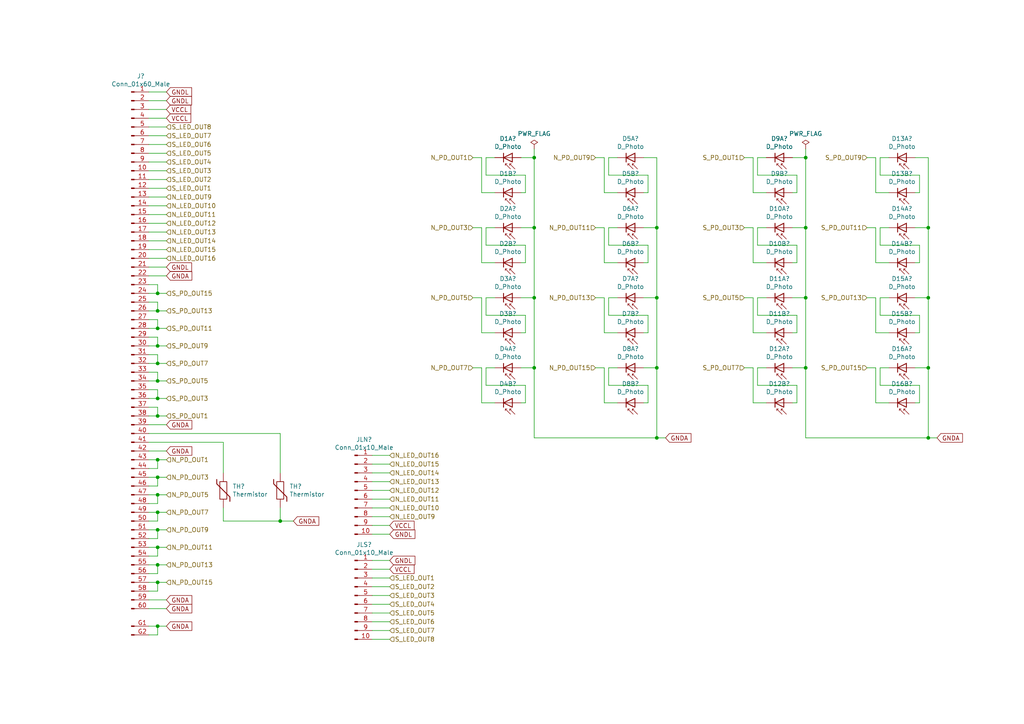
<source format=kicad_sch>
(kicad_sch (version 20211123) (generator eeschema)
  (paper "A4")
  (lib_symbols
    (symbol "Connector:Conn_01x10_Male" (pin_names (offset 1.016) hide)
      (property "Reference" "J" (at 0 12.7 0))
      (property "Value" "Conn_01x10_Male" (at 0 -15.24 0))
      (symbol "Conn_01x10_Male_1_1"
        (polyline (pts (xy 1.27 -12.7) (xy 0.8636 -12.7)) (stroke (width 0.1524)))
        (polyline (pts (xy 1.27 -10.16) (xy 0.8636 -10.16)) (stroke (width 0.1524)))
        (polyline (pts (xy 1.27 -7.62) (xy 0.8636 -7.62)) (stroke (width 0.1524)))
        (polyline (pts (xy 1.27 -5.08) (xy 0.8636 -5.08)) (stroke (width 0.1524)))
        (polyline (pts (xy 1.27 -2.54) (xy 0.8636 -2.54)) (stroke (width 0.1524)))
        (polyline (pts (xy 1.27 0) (xy 0.8636 0)) (stroke (width 0.1524)))
        (polyline (pts (xy 1.27 2.54) (xy 0.8636 2.54)) (stroke (width 0.1524)))
        (polyline (pts (xy 1.27 5.08) (xy 0.8636 5.08)) (stroke (width 0.1524)))
        (polyline (pts (xy 1.27 7.62) (xy 0.8636 7.62)) (stroke (width 0.1524)))
        (polyline (pts (xy 1.27 10.16) (xy 0.8636 10.16)) (stroke (width 0.1524)))
        (rectangle (start 0.8636 -12.573) (end 0 -12.827) (stroke (width 0.1524)) (fill (type outline)))
        (rectangle (start 0.8636 -10.033) (end 0 -10.287) (stroke (width 0.1524)) (fill (type outline)))
        (rectangle (start 0.8636 -7.493) (end 0 -7.747) (stroke (width 0.1524)) (fill (type outline)))
        (rectangle (start 0.8636 -4.953) (end 0 -5.207) (stroke (width 0.1524)) (fill (type outline)))
        (rectangle (start 0.8636 -2.413) (end 0 -2.667) (stroke (width 0.1524)) (fill (type outline)))
        (rectangle (start 0.8636 0.127) (end 0 -0.127) (stroke (width 0.1524)) (fill (type outline)))
        (rectangle (start 0.8636 2.667) (end 0 2.413) (stroke (width 0.1524)) (fill (type outline)))
        (rectangle (start 0.8636 5.207) (end 0 4.953) (stroke (width 0.1524)) (fill (type outline)))
        (rectangle (start 0.8636 7.747) (end 0 7.493) (stroke (width 0.1524)) (fill (type outline)))
        (rectangle (start 0.8636 10.287) (end 0 10.033) (stroke (width 0.1524)) (fill (type outline)))
        (pin passive line (at 5.08 10.16 180) (length 3.81) (name "Pin_1") (number "1"))
        (pin passive line (at 5.08 -12.7 180) (length 3.81) (name "Pin_10") (number "10"))
        (pin passive line (at 5.08 7.62 180) (length 3.81) (name "Pin_2") (number "2"))
        (pin passive line (at 5.08 5.08 180) (length 3.81) (name "Pin_3") (number "3"))
        (pin passive line (at 5.08 2.54 180) (length 3.81) (name "Pin_4") (number "4"))
        (pin passive line (at 5.08 0 180) (length 3.81) (name "Pin_5") (number "5"))
        (pin passive line (at 5.08 -2.54 180) (length 3.81) (name "Pin_6") (number "6"))
        (pin passive line (at 5.08 -5.08 180) (length 3.81) (name "Pin_7") (number "7"))
        (pin passive line (at 5.08 -7.62 180) (length 3.81) (name "Pin_8") (number "8"))
        (pin passive line (at 5.08 -10.16 180) (length 3.81) (name "Pin_9") (number "9"))
      )
    )
    (symbol "Device:D_Photo" (pin_numbers hide) (pin_names hide)
      (property "Reference" "D" (at 0.508 1.778 0))
      (property "Value" "D_Photo" (at -1.016 -2.794 0))
      (symbol "D_Photo_0_1"
        (polyline (pts (xy -2.54 1.27) (xy -2.54 -1.27)) (stroke (width 0.254)))
        (polyline (pts (xy -2.032 1.778) (xy -1.524 1.778)))
        (polyline (pts (xy 0 0) (xy -2.54 0)))
        (polyline (pts (xy -0.508 3.302) (xy -2.032 1.778) (xy -2.032 2.286)))
        (polyline (pts (xy 0 -1.27) (xy 0 1.27) (xy -2.54 0) (xy 0 -1.27)) (stroke (width 0.254)))
        (polyline (pts (xy 0.762 3.302) (xy -0.762 1.778) (xy -0.762 2.286) (xy -0.762 1.778) (xy -0.254 1.778)))
      )
      (symbol "D_Photo_1_1"
        (pin passive line (at -5.08 0 0) (length 2.54) (name "K") (number "1"))
        (pin passive line (at 2.54 0 180) (length 2.54) (name "A") (number "2"))
      )
    )
    (symbol "Device:Thermistor" (pin_numbers hide) (pin_names (offset 0))
      (property "Reference" "TH" (at 2.54 1.27 90))
      (property "Value" "Thermistor" (at -2.54 0 90))
      (symbol "Thermistor_0_1"
        (rectangle (start -1.016 2.54) (end 1.016 -2.54) (stroke (width 0.2032)))
        (polyline (pts (xy -1.905 3.175) (xy -1.905 1.905) (xy 1.905 -1.905) (xy 1.905 -3.175) (xy 1.905 -3.175)) (stroke (width 0.254)))
      )
      (symbol "Thermistor_1_1"
        (pin passive line (at 0 5.08 270) (length 2.54) (name "~") (number "1"))
        (pin passive line (at 0 -5.08 90) (length 2.54) (name "~") (number "2"))
      )
    )
    (symbol "Ninja-qPCR:Conn_01x60_Male" (pin_names (offset 1.016) hide)
      (property "Reference" "J" (at 0 50.8 0))
      (property "Value" "Conn_01x60_Male" (at 1.27 -113.03 0))
      (symbol "Conn_01x60_Male_1_1"
        (polyline (pts (xy 1.27 -109.22) (xy 0.8636 -109.22)) (stroke (width 0.1524)))
        (polyline (pts (xy 1.27 -106.68) (xy 0.8636 -106.68)) (stroke (width 0.1524)))
        (polyline (pts (xy 1.27 -101.6) (xy 0.8636 -101.6)) (stroke (width 0.1524)))
        (polyline (pts (xy 1.27 -99.06) (xy 0.8636 -99.06)) (stroke (width 0.1524)))
        (polyline (pts (xy 1.27 -96.52) (xy 0.8636 -96.52)) (stroke (width 0.1524)))
        (polyline (pts (xy 1.27 -93.98) (xy 0.8636 -93.98)) (stroke (width 0.1524)))
        (polyline (pts (xy 1.27 -91.44) (xy 0.8636 -91.44)) (stroke (width 0.1524)))
        (polyline (pts (xy 1.27 -88.9) (xy 0.8636 -88.9)) (stroke (width 0.1524)))
        (polyline (pts (xy 1.27 -86.36) (xy 0.8636 -86.36)) (stroke (width 0.1524)))
        (polyline (pts (xy 1.27 -83.82) (xy 0.8636 -83.82)) (stroke (width 0.1524)))
        (polyline (pts (xy 1.27 -81.28) (xy 0.8636 -81.28)) (stroke (width 0.1524)))
        (polyline (pts (xy 1.27 -78.74) (xy 0.8636 -78.74)) (stroke (width 0.1524)))
        (polyline (pts (xy 1.27 -76.2) (xy 0.8636 -76.2)) (stroke (width 0.1524)))
        (polyline (pts (xy 1.27 -73.66) (xy 0.8636 -73.66)) (stroke (width 0.1524)))
        (polyline (pts (xy 1.27 -71.12) (xy 0.8636 -71.12)) (stroke (width 0.1524)))
        (polyline (pts (xy 1.27 -68.58) (xy 0.8636 -68.58)) (stroke (width 0.1524)))
        (polyline (pts (xy 1.27 -66.04) (xy 0.8636 -66.04)) (stroke (width 0.1524)))
        (polyline (pts (xy 1.27 -63.5) (xy 0.8636 -63.5)) (stroke (width 0.1524)))
        (polyline (pts (xy 1.27 -60.96) (xy 0.8636 -60.96)) (stroke (width 0.1524)))
        (polyline (pts (xy 1.27 -58.42) (xy 0.8636 -58.42)) (stroke (width 0.1524)))
        (polyline (pts (xy 1.27 -55.88) (xy 0.8636 -55.88)) (stroke (width 0.1524)))
        (polyline (pts (xy 1.27 -53.34) (xy 0.8636 -53.34)) (stroke (width 0.1524)))
        (polyline (pts (xy 1.27 -50.8) (xy 0.8636 -50.8)) (stroke (width 0.1524)))
        (polyline (pts (xy 1.27 -48.26) (xy 0.8636 -48.26)) (stroke (width 0.1524)))
        (polyline (pts (xy 1.27 -45.72) (xy 0.8636 -45.72)) (stroke (width 0.1524)))
        (polyline (pts (xy 1.27 -43.18) (xy 0.8636 -43.18)) (stroke (width 0.1524)))
        (polyline (pts (xy 1.27 -40.64) (xy 0.8636 -40.64)) (stroke (width 0.1524)))
        (polyline (pts (xy 1.27 -38.1) (xy 0.8636 -38.1)) (stroke (width 0.1524)))
        (polyline (pts (xy 1.27 -35.56) (xy 0.8636 -35.56)) (stroke (width 0.1524)))
        (polyline (pts (xy 1.27 -33.02) (xy 0.8636 -33.02)) (stroke (width 0.1524)))
        (polyline (pts (xy 1.27 -30.48) (xy 0.8636 -30.48)) (stroke (width 0.1524)))
        (polyline (pts (xy 1.27 -27.94) (xy 0.8636 -27.94)) (stroke (width 0.1524)))
        (polyline (pts (xy 1.27 -25.4) (xy 0.8636 -25.4)) (stroke (width 0.1524)))
        (polyline (pts (xy 1.27 -22.86) (xy 0.8636 -22.86)) (stroke (width 0.1524)))
        (polyline (pts (xy 1.27 -20.32) (xy 0.8636 -20.32)) (stroke (width 0.1524)))
        (polyline (pts (xy 1.27 -17.78) (xy 0.8636 -17.78)) (stroke (width 0.1524)))
        (polyline (pts (xy 1.27 -15.24) (xy 0.8636 -15.24)) (stroke (width 0.1524)))
        (polyline (pts (xy 1.27 -12.7) (xy 0.8636 -12.7)) (stroke (width 0.1524)))
        (polyline (pts (xy 1.27 -10.16) (xy 0.8636 -10.16)) (stroke (width 0.1524)))
        (polyline (pts (xy 1.27 -7.62) (xy 0.8636 -7.62)) (stroke (width 0.1524)))
        (polyline (pts (xy 1.27 -5.08) (xy 0.8636 -5.08)) (stroke (width 0.1524)))
        (polyline (pts (xy 1.27 -2.54) (xy 0.8636 -2.54)) (stroke (width 0.1524)))
        (polyline (pts (xy 1.27 0) (xy 0.8636 0)) (stroke (width 0.1524)))
        (polyline (pts (xy 1.27 2.54) (xy 0.8636 2.54)) (stroke (width 0.1524)))
        (polyline (pts (xy 1.27 5.08) (xy 0.8636 5.08)) (stroke (width 0.1524)))
        (polyline (pts (xy 1.27 7.62) (xy 0.8636 7.62)) (stroke (width 0.1524)))
        (polyline (pts (xy 1.27 10.16) (xy 0.8636 10.16)) (stroke (width 0.1524)))
        (polyline (pts (xy 1.27 12.7) (xy 0.8636 12.7)) (stroke (width 0.1524)))
        (polyline (pts (xy 1.27 15.24) (xy 0.8636 15.24)) (stroke (width 0.1524)))
        (polyline (pts (xy 1.27 17.78) (xy 0.8636 17.78)) (stroke (width 0.1524)))
        (polyline (pts (xy 1.27 20.32) (xy 0.8636 20.32)) (stroke (width 0.1524)))
        (polyline (pts (xy 1.27 22.86) (xy 0.8636 22.86)) (stroke (width 0.1524)))
        (polyline (pts (xy 1.27 25.4) (xy 0.8636 25.4)) (stroke (width 0.1524)))
        (polyline (pts (xy 1.27 27.94) (xy 0.8636 27.94)) (stroke (width 0.1524)))
        (polyline (pts (xy 1.27 30.48) (xy 0.8636 30.48)) (stroke (width 0.1524)))
        (polyline (pts (xy 1.27 33.02) (xy 0.8636 33.02)) (stroke (width 0.1524)))
        (polyline (pts (xy 1.27 35.56) (xy 0.8636 35.56)) (stroke (width 0.1524)))
        (polyline (pts (xy 1.27 38.1) (xy 0.8636 38.1)) (stroke (width 0.1524)))
        (polyline (pts (xy 1.27 40.64) (xy 0.8636 40.64)) (stroke (width 0.1524)))
        (polyline (pts (xy 1.27 43.18) (xy 0.8636 43.18)) (stroke (width 0.1524)))
        (polyline (pts (xy 1.27 45.72) (xy 0.8636 45.72)) (stroke (width 0.1524)))
        (polyline (pts (xy 1.27 48.26) (xy 0.8636 48.26)) (stroke (width 0.1524)))
        (rectangle (start 0.8636 -109.093) (end 0 -109.347) (stroke (width 0.1524)) (fill (type outline)))
        (rectangle (start 0.8636 -106.553) (end 0 -106.807) (stroke (width 0.1524)) (fill (type outline)))
        (rectangle (start 0.8636 -101.473) (end 0 -101.727) (stroke (width 0.1524)) (fill (type outline)))
        (rectangle (start 0.8636 -98.933) (end 0 -99.187) (stroke (width 0.1524)) (fill (type outline)))
        (rectangle (start 0.8636 -96.393) (end 0 -96.647) (stroke (width 0.1524)) (fill (type outline)))
        (rectangle (start 0.8636 -93.853) (end 0 -94.107) (stroke (width 0.1524)) (fill (type outline)))
        (rectangle (start 0.8636 -91.313) (end 0 -91.567) (stroke (width 0.1524)) (fill (type outline)))
        (rectangle (start 0.8636 -88.773) (end 0 -89.027) (stroke (width 0.1524)) (fill (type outline)))
        (rectangle (start 0.8636 -86.233) (end 0 -86.487) (stroke (width 0.1524)) (fill (type outline)))
        (rectangle (start 0.8636 -83.693) (end 0 -83.947) (stroke (width 0.1524)) (fill (type outline)))
        (rectangle (start 0.8636 -81.153) (end 0 -81.407) (stroke (width 0.1524)) (fill (type outline)))
        (rectangle (start 0.8636 -78.613) (end 0 -78.867) (stroke (width 0.1524)) (fill (type outline)))
        (rectangle (start 0.8636 -76.073) (end 0 -76.327) (stroke (width 0.1524)) (fill (type outline)))
        (rectangle (start 0.8636 -73.533) (end 0 -73.787) (stroke (width 0.1524)) (fill (type outline)))
        (rectangle (start 0.8636 -70.993) (end 0 -71.247) (stroke (width 0.1524)) (fill (type outline)))
        (rectangle (start 0.8636 -68.453) (end 0 -68.707) (stroke (width 0.1524)) (fill (type outline)))
        (rectangle (start 0.8636 -65.913) (end 0 -66.167) (stroke (width 0.1524)) (fill (type outline)))
        (rectangle (start 0.8636 -63.373) (end 0 -63.627) (stroke (width 0.1524)) (fill (type outline)))
        (rectangle (start 0.8636 -60.833) (end 0 -61.087) (stroke (width 0.1524)) (fill (type outline)))
        (rectangle (start 0.8636 -58.293) (end 0 -58.547) (stroke (width 0.1524)) (fill (type outline)))
        (rectangle (start 0.8636 -55.753) (end 0 -56.007) (stroke (width 0.1524)) (fill (type outline)))
        (rectangle (start 0.8636 -53.213) (end 0 -53.467) (stroke (width 0.1524)) (fill (type outline)))
        (rectangle (start 0.8636 -50.673) (end 0 -50.927) (stroke (width 0.1524)) (fill (type outline)))
        (rectangle (start 0.8636 -48.133) (end 0 -48.387) (stroke (width 0.1524)) (fill (type outline)))
        (rectangle (start 0.8636 -45.593) (end 0 -45.847) (stroke (width 0.1524)) (fill (type outline)))
        (rectangle (start 0.8636 -43.053) (end 0 -43.307) (stroke (width 0.1524)) (fill (type outline)))
        (rectangle (start 0.8636 -40.513) (end 0 -40.767) (stroke (width 0.1524)) (fill (type outline)))
        (rectangle (start 0.8636 -37.973) (end 0 -38.227) (stroke (width 0.1524)) (fill (type outline)))
        (rectangle (start 0.8636 -35.433) (end 0 -35.687) (stroke (width 0.1524)) (fill (type outline)))
        (rectangle (start 0.8636 -32.893) (end 0 -33.147) (stroke (width 0.1524)) (fill (type outline)))
        (rectangle (start 0.8636 -30.353) (end 0 -30.607) (stroke (width 0.1524)) (fill (type outline)))
        (rectangle (start 0.8636 -27.813) (end 0 -28.067) (stroke (width 0.1524)) (fill (type outline)))
        (rectangle (start 0.8636 -25.273) (end 0 -25.527) (stroke (width 0.1524)) (fill (type outline)))
        (rectangle (start 0.8636 -22.733) (end 0 -22.987) (stroke (width 0.1524)) (fill (type outline)))
        (rectangle (start 0.8636 -20.193) (end 0 -20.447) (stroke (width 0.1524)) (fill (type outline)))
        (rectangle (start 0.8636 -17.653) (end 0 -17.907) (stroke (width 0.1524)) (fill (type outline)))
        (rectangle (start 0.8636 -15.113) (end 0 -15.367) (stroke (width 0.1524)) (fill (type outline)))
        (rectangle (start 0.8636 -12.573) (end 0 -12.827) (stroke (width 0.1524)) (fill (type outline)))
        (rectangle (start 0.8636 -10.033) (end 0 -10.287) (stroke (width 0.1524)) (fill (type outline)))
        (rectangle (start 0.8636 -7.493) (end 0 -7.747) (stroke (width 0.1524)) (fill (type outline)))
        (rectangle (start 0.8636 -4.953) (end 0 -5.207) (stroke (width 0.1524)) (fill (type outline)))
        (rectangle (start 0.8636 -2.413) (end 0 -2.667) (stroke (width 0.1524)) (fill (type outline)))
        (rectangle (start 0.8636 0.127) (end 0 -0.127) (stroke (width 0.1524)) (fill (type outline)))
        (rectangle (start 0.8636 2.667) (end 0 2.413) (stroke (width 0.1524)) (fill (type outline)))
        (rectangle (start 0.8636 5.207) (end 0 4.953) (stroke (width 0.1524)) (fill (type outline)))
        (rectangle (start 0.8636 7.747) (end 0 7.493) (stroke (width 0.1524)) (fill (type outline)))
        (rectangle (start 0.8636 10.287) (end 0 10.033) (stroke (width 0.1524)) (fill (type outline)))
        (rectangle (start 0.8636 12.827) (end 0 12.573) (stroke (width 0.1524)) (fill (type outline)))
        (rectangle (start 0.8636 15.367) (end 0 15.113) (stroke (width 0.1524)) (fill (type outline)))
        (rectangle (start 0.8636 17.907) (end 0 17.653) (stroke (width 0.1524)) (fill (type outline)))
        (rectangle (start 0.8636 20.447) (end 0 20.193) (stroke (width 0.1524)) (fill (type outline)))
        (rectangle (start 0.8636 22.987) (end 0 22.733) (stroke (width 0.1524)) (fill (type outline)))
        (rectangle (start 0.8636 25.527) (end 0 25.273) (stroke (width 0.1524)) (fill (type outline)))
        (rectangle (start 0.8636 28.067) (end 0 27.813) (stroke (width 0.1524)) (fill (type outline)))
        (rectangle (start 0.8636 30.607) (end 0 30.353) (stroke (width 0.1524)) (fill (type outline)))
        (rectangle (start 0.8636 33.147) (end 0 32.893) (stroke (width 0.1524)) (fill (type outline)))
        (rectangle (start 0.8636 35.687) (end 0 35.433) (stroke (width 0.1524)) (fill (type outline)))
        (rectangle (start 0.8636 38.227) (end 0 37.973) (stroke (width 0.1524)) (fill (type outline)))
        (rectangle (start 0.8636 40.767) (end 0 40.513) (stroke (width 0.1524)) (fill (type outline)))
        (rectangle (start 0.8636 43.307) (end 0 43.053) (stroke (width 0.1524)) (fill (type outline)))
        (rectangle (start 0.8636 45.847) (end 0 45.593) (stroke (width 0.1524)) (fill (type outline)))
        (rectangle (start 0.8636 48.387) (end 0 48.133) (stroke (width 0.1524)) (fill (type outline)))
        (pin passive line (at 5.08 48.26 180) (length 3.81) (name "Pin_1") (number "1"))
        (pin passive line (at 5.08 25.4 180) (length 3.81) (name "Pin_10") (number "10"))
        (pin passive line (at 5.08 22.86 180) (length 3.81) (name "Pin_11") (number "11"))
        (pin passive line (at 5.08 20.32 180) (length 3.81) (name "Pin_12") (number "12"))
        (pin passive line (at 5.08 17.78 180) (length 3.81) (name "Pin_13") (number "13"))
        (pin passive line (at 5.08 15.24 180) (length 3.81) (name "Pin_14") (number "14"))
        (pin passive line (at 5.08 12.7 180) (length 3.81) (name "Pin_15") (number "15"))
        (pin passive line (at 5.08 10.16 180) (length 3.81) (name "Pin_16") (number "16"))
        (pin passive line (at 5.08 7.62 180) (length 3.81) (name "Pin_17") (number "17"))
        (pin passive line (at 5.08 5.08 180) (length 3.81) (name "Pin_18") (number "18"))
        (pin passive line (at 5.08 2.54 180) (length 3.81) (name "Pin_19") (number "19"))
        (pin passive line (at 5.08 45.72 180) (length 3.81) (name "Pin_2") (number "2"))
        (pin passive line (at 5.08 0 180) (length 3.81) (name "Pin_20") (number "20"))
        (pin passive line (at 5.08 -2.54 180) (length 3.81) (name "Pin_21") (number "21"))
        (pin passive line (at 5.08 -5.08 180) (length 3.81) (name "Pin_22") (number "22"))
        (pin passive line (at 5.08 -7.62 180) (length 3.81) (name "Pin_23") (number "23"))
        (pin passive line (at 5.08 -10.16 180) (length 3.81) (name "Pin_24") (number "24"))
        (pin passive line (at 5.08 -12.7 180) (length 3.81) (name "Pin_25") (number "25"))
        (pin passive line (at 5.08 -15.24 180) (length 3.81) (name "Pin_26") (number "26"))
        (pin passive line (at 5.08 -17.78 180) (length 3.81) (name "Pin_27") (number "27"))
        (pin passive line (at 5.08 -20.32 180) (length 3.81) (name "Pin_28") (number "28"))
        (pin passive line (at 5.08 -22.86 180) (length 3.81) (name "Pin_29") (number "29"))
        (pin passive line (at 5.08 43.18 180) (length 3.81) (name "Pin_3") (number "3"))
        (pin passive line (at 5.08 -25.4 180) (length 3.81) (name "Pin_30") (number "30"))
        (pin passive line (at 5.08 -27.94 180) (length 3.81) (name "Pin_31") (number "31"))
        (pin passive line (at 5.08 -30.48 180) (length 3.81) (name "Pin_32") (number "32"))
        (pin passive line (at 5.08 -33.02 180) (length 3.81) (name "Pin_33") (number "33"))
        (pin passive line (at 5.08 -35.56 180) (length 3.81) (name "Pin_34") (number "34"))
        (pin passive line (at 5.08 -38.1 180) (length 3.81) (name "Pin_35") (number "35"))
        (pin passive line (at 5.08 -40.64 180) (length 3.81) (name "Pin_36") (number "36"))
        (pin passive line (at 5.08 -43.18 180) (length 3.81) (name "Pin_37") (number "37"))
        (pin passive line (at 5.08 -45.72 180) (length 3.81) (name "Pin_38") (number "38"))
        (pin passive line (at 5.08 -48.26 180) (length 3.81) (name "Pin_39") (number "39"))
        (pin passive line (at 5.08 40.64 180) (length 3.81) (name "Pin_4") (number "4"))
        (pin passive line (at 5.08 -50.8 180) (length 3.81) (name "Pin_40") (number "40"))
        (pin passive line (at 5.08 -53.34 180) (length 3.81) (name "Pin_41") (number "41"))
        (pin passive line (at 5.08 -55.88 180) (length 3.81) (name "Pin_42") (number "42"))
        (pin passive line (at 5.08 -58.42 180) (length 3.81) (name "Pin_43") (number "43"))
        (pin passive line (at 5.08 -60.96 180) (length 3.81) (name "Pin_44") (number "44"))
        (pin passive line (at 5.08 -63.5 180) (length 3.81) (name "Pin_45") (number "45"))
        (pin passive line (at 5.08 -66.04 180) (length 3.81) (name "Pin_46") (number "46"))
        (pin passive line (at 5.08 -68.58 180) (length 3.81) (name "Pin_47") (number "47"))
        (pin passive line (at 5.08 -71.12 180) (length 3.81) (name "Pin_48") (number "48"))
        (pin passive line (at 5.08 -73.66 180) (length 3.81) (name "Pin_49") (number "49"))
        (pin passive line (at 5.08 38.1 180) (length 3.81) (name "Pin_5") (number "5"))
        (pin passive line (at 5.08 -76.2 180) (length 3.81) (name "Pin_50") (number "50"))
        (pin passive line (at 5.08 -78.74 180) (length 3.81) (name "Pin_51") (number "51"))
        (pin passive line (at 5.08 -81.28 180) (length 3.81) (name "Pin_52") (number "52"))
        (pin passive line (at 5.08 -83.82 180) (length 3.81) (name "Pin_53") (number "53"))
        (pin passive line (at 5.08 -86.36 180) (length 3.81) (name "Pin_54") (number "54"))
        (pin passive line (at 5.08 -88.9 180) (length 3.81) (name "Pin_55") (number "55"))
        (pin passive line (at 5.08 -91.44 180) (length 3.81) (name "Pin_56") (number "56"))
        (pin passive line (at 5.08 -93.98 180) (length 3.81) (name "Pin_57") (number "57"))
        (pin passive line (at 5.08 -96.52 180) (length 3.81) (name "Pin_58") (number "58"))
        (pin passive line (at 5.08 -99.06 180) (length 3.81) (name "Pin_59") (number "59"))
        (pin passive line (at 5.08 35.56 180) (length 3.81) (name "Pin_6") (number "6"))
        (pin passive line (at 5.08 -101.6 180) (length 3.81) (name "Pin_60") (number "60"))
        (pin passive line (at 5.08 33.02 180) (length 3.81) (name "Pin_7") (number "7"))
        (pin passive line (at 5.08 30.48 180) (length 3.81) (name "Pin_8") (number "8"))
        (pin passive line (at 5.08 27.94 180) (length 3.81) (name "Pin_9") (number "9"))
        (pin passive line (at 5.08 -106.68 180) (length 3.81) (name "Pin_G1") (number "G1"))
        (pin passive line (at 5.08 -109.22 180) (length 3.81) (name "Pin_G2") (number "G2"))
      )
    )
    (symbol "power:PWR_FLAG" (power) (pin_numbers hide) (pin_names (offset 0) hide)
      (property "Value" "PWR_FLAG" (at 0 3.81 0))
      (symbol "PWR_FLAG_0_0"
        (pin power_out line (at 0 0 90) (length 0) (name "pwr") (number "1"))
      )
      (symbol "PWR_FLAG_0_1"
        (polyline (pts (xy 0 0) (xy 0 1.27) (xy -1.016 1.905) (xy 0 2.54) (xy 1.016 1.905) (xy 0 1.27)))
      )
    )
  )
  (junction (at 45.72 133.35))
  (junction (at 269.24 66.04))
  (junction (at 45.72 120.65))
  (junction (at 45.72 90.17))
  (junction (at 45.72 158.75))
  (junction (at 233.68 45.72))
  (junction (at 45.72 95.25))
  (junction (at 81.28 151.13))
  (junction (at 45.72 148.59))
  (junction (at 154.94 106.68))
  (junction (at 45.72 168.91))
  (junction (at 45.72 115.57))
  (junction (at 269.24 86.36))
  (junction (at 154.94 66.04))
  (junction (at 154.94 86.36))
  (junction (at 45.72 105.41))
  (junction (at 154.94 45.72))
  (junction (at 45.72 143.51))
  (junction (at 45.72 163.83))
  (junction (at 233.68 86.36))
  (junction (at 233.68 106.68))
  (junction (at 190.5 127))
  (junction (at 269.24 127))
  (junction (at 269.24 106.68))
  (junction (at 190.5 106.68))
  (junction (at 190.5 66.04))
  (junction (at 190.5 86.36))
  (junction (at 45.72 100.33))
  (junction (at 45.72 138.43))
  (junction (at 45.72 153.67))
  (junction (at 45.72 181.61))
  (junction (at 233.68 66.04))
  (junction (at 45.72 110.49))
  (junction (at 45.72 85.09))
  (wire (pts (xy 186.69 66.04) (xy 190.5 66.04)))
  (wire (pts (xy 45.72 85.09) (xy 48.26 85.09)))
  (wire (pts (xy 269.24 127) (xy 233.68 127)))
  (wire (pts (xy 233.68 45.72) (xy 233.68 66.04)))
  (wire (pts (xy 45.72 118.11) (xy 45.72 120.65)))
  (wire (pts (xy 233.68 43.18) (xy 233.68 45.72)))
  (wire (pts (xy 265.43 106.68) (xy 269.24 106.68)))
  (wire (pts (xy 113.03 137.16) (xy 107.95 137.16)))
  (wire (pts (xy 43.18 110.49) (xy 45.72 110.49)))
  (wire (pts (xy 43.18 148.59) (xy 45.72 148.59)))
  (wire (pts (xy 43.18 49.53) (xy 48.26 49.53)))
  (wire (pts (xy 43.18 138.43) (xy 45.72 138.43)))
  (wire (pts (xy 176.53 91.44) (xy 187.96 91.44)))
  (wire (pts (xy 187.96 91.44) (xy 187.96 96.52)))
  (wire (pts (xy 215.9 45.72) (xy 218.44 45.72)))
  (wire (pts (xy 43.18 77.47) (xy 48.26 77.47)))
  (wire (pts (xy 43.18 135.89) (xy 45.72 135.89)))
  (wire (pts (xy 140.97 91.44) (xy 152.4 91.44)))
  (wire (pts (xy 45.72 163.83) (xy 48.26 163.83)))
  (wire (pts (xy 43.18 130.81) (xy 48.26 130.81)))
  (wire (pts (xy 231.14 116.84) (xy 229.87 116.84)))
  (wire (pts (xy 176.53 50.8) (xy 187.96 50.8)))
  (wire (pts (xy 43.18 97.79) (xy 45.72 97.79)))
  (wire (pts (xy 113.03 180.34) (xy 107.95 180.34)))
  (wire (pts (xy 45.72 146.05) (xy 45.72 143.51)))
  (wire (pts (xy 251.46 86.36) (xy 254 86.36)))
  (wire (pts (xy 113.03 167.64) (xy 107.95 167.64)))
  (wire (pts (xy 254 55.88) (xy 257.81 55.88)))
  (wire (pts (xy 139.7 106.68) (xy 139.7 116.84)))
  (wire (pts (xy 229.87 106.68) (xy 233.68 106.68)))
  (wire (pts (xy 113.03 162.56) (xy 107.95 162.56)))
  (wire (pts (xy 265.43 45.72) (xy 269.24 45.72)))
  (wire (pts (xy 255.27 86.36) (xy 255.27 91.44)))
  (wire (pts (xy 43.18 118.11) (xy 45.72 118.11)))
  (wire (pts (xy 137.16 45.72) (xy 139.7 45.72)))
  (wire (pts (xy 251.46 45.72) (xy 254 45.72)))
  (wire (pts (xy 187.96 96.52) (xy 186.69 96.52)))
  (wire (pts (xy 43.18 173.99) (xy 48.26 173.99)))
  (wire (pts (xy 137.16 86.36) (xy 139.7 86.36)))
  (wire (pts (xy 113.03 142.24) (xy 107.95 142.24)))
  (wire (pts (xy 190.5 66.04) (xy 190.5 86.36)))
  (wire (pts (xy 152.4 76.2) (xy 151.13 76.2)))
  (wire (pts (xy 43.18 95.25) (xy 45.72 95.25)))
  (wire (pts (xy 229.87 86.36) (xy 233.68 86.36)))
  (wire (pts (xy 43.18 105.41) (xy 45.72 105.41)))
  (wire (pts (xy 43.18 125.73) (xy 81.28 125.73)))
  (wire (pts (xy 140.97 86.36) (xy 140.97 91.44)))
  (wire (pts (xy 139.7 55.88) (xy 143.51 55.88)))
  (wire (pts (xy 186.69 106.68) (xy 190.5 106.68)))
  (wire (pts (xy 233.68 86.36) (xy 233.68 106.68)))
  (wire (pts (xy 139.7 116.84) (xy 143.51 116.84)))
  (wire (pts (xy 219.71 66.04) (xy 219.71 71.12)))
  (wire (pts (xy 179.07 86.36) (xy 176.53 86.36)))
  (wire (pts (xy 219.71 111.76) (xy 231.14 111.76)))
  (wire (pts (xy 43.18 163.83) (xy 45.72 163.83)))
  (wire (pts (xy 43.18 115.57) (xy 45.72 115.57)))
  (wire (pts (xy 187.96 50.8) (xy 187.96 55.88)))
  (wire (pts (xy 45.72 158.75) (xy 48.26 158.75)))
  (wire (pts (xy 255.27 45.72) (xy 255.27 50.8)))
  (wire (pts (xy 229.87 45.72) (xy 233.68 45.72)))
  (wire (pts (xy 48.26 90.17) (xy 45.72 90.17)))
  (wire (pts (xy 254 55.88) (xy 254 45.72)))
  (wire (pts (xy 43.18 72.39) (xy 48.26 72.39)))
  (wire (pts (xy 45.72 82.55) (xy 45.72 85.09)))
  (wire (pts (xy 190.5 127) (xy 154.94 127)))
  (wire (pts (xy 187.96 71.12) (xy 187.96 76.2)))
  (wire (pts (xy 186.69 86.36) (xy 190.5 86.36)))
  (wire (pts (xy 43.18 26.67) (xy 48.26 26.67)))
  (wire (pts (xy 43.18 44.45) (xy 48.26 44.45)))
  (wire (pts (xy 45.72 97.79) (xy 45.72 100.33)))
  (wire (pts (xy 233.68 106.68) (xy 233.68 127)))
  (wire (pts (xy 266.7 116.84) (xy 265.43 116.84)))
  (wire (pts (xy 45.72 151.13) (xy 45.72 148.59)))
  (wire (pts (xy 190.5 86.36) (xy 190.5 106.68)))
  (wire (pts (xy 218.44 45.72) (xy 218.44 55.88)))
  (wire (pts (xy 113.03 132.08) (xy 107.95 132.08)))
  (wire (pts (xy 113.03 185.42) (xy 107.95 185.42)))
  (wire (pts (xy 151.13 86.36) (xy 154.94 86.36)))
  (wire (pts (xy 218.44 66.04) (xy 218.44 76.2)))
  (wire (pts (xy 43.18 171.45) (xy 45.72 171.45)))
  (wire (pts (xy 45.72 161.29) (xy 45.72 158.75)))
  (wire (pts (xy 43.18 41.91) (xy 48.26 41.91)))
  (wire (pts (xy 187.96 55.88) (xy 186.69 55.88)))
  (wire (pts (xy 175.26 55.88) (xy 175.26 45.72)))
  (wire (pts (xy 43.18 36.83) (xy 48.26 36.83)))
  (wire (pts (xy 143.51 86.36) (xy 140.97 86.36)))
  (wire (pts (xy 81.28 151.13) (xy 85.09 151.13)))
  (wire (pts (xy 45.72 168.91) (xy 48.26 168.91)))
  (wire (pts (xy 107.95 134.62) (xy 113.03 134.62)))
  (wire (pts (xy 45.72 156.21) (xy 45.72 153.67)))
  (wire (pts (xy 45.72 184.15) (xy 45.72 181.61)))
  (wire (pts (xy 179.07 45.72) (xy 176.53 45.72)))
  (wire (pts (xy 151.13 106.68) (xy 154.94 106.68)))
  (wire (pts (xy 43.18 54.61) (xy 48.26 54.61)))
  (wire (pts (xy 222.25 45.72) (xy 219.71 45.72)))
  (wire (pts (xy 43.18 31.75) (xy 48.26 31.75)))
  (wire (pts (xy 113.03 172.72) (xy 107.95 172.72)))
  (wire (pts (xy 219.71 45.72) (xy 219.71 50.8)))
  (wire (pts (xy 43.18 34.29) (xy 48.26 34.29)))
  (wire (pts (xy 175.26 116.84) (xy 179.07 116.84)))
  (wire (pts (xy 175.26 96.52) (xy 175.26 86.36)))
  (wire (pts (xy 43.18 184.15) (xy 45.72 184.15)))
  (wire (pts (xy 266.7 76.2) (xy 265.43 76.2)))
  (wire (pts (xy 45.72 140.97) (xy 45.72 138.43)))
  (wire (pts (xy 179.07 106.68) (xy 176.53 106.68)))
  (wire (pts (xy 45.72 110.49) (xy 48.26 110.49)))
  (wire (pts (xy 271.78 127) (xy 269.24 127)))
  (wire (pts (xy 254 96.52) (xy 257.81 96.52)))
  (wire (pts (xy 45.72 135.89) (xy 45.72 133.35)))
  (wire (pts (xy 45.72 102.87) (xy 45.72 105.41)))
  (wire (pts (xy 43.18 100.33) (xy 45.72 100.33)))
  (wire (pts (xy 139.7 66.04) (xy 139.7 76.2)))
  (wire (pts (xy 175.26 106.68) (xy 175.26 116.84)))
  (wire (pts (xy 215.9 66.04) (xy 218.44 66.04)))
  (wire (pts (xy 113.03 147.32) (xy 107.95 147.32)))
  (wire (pts (xy 43.18 133.35) (xy 45.72 133.35)))
  (wire (pts (xy 251.46 66.04) (xy 254 66.04)))
  (wire (pts (xy 43.18 181.61) (xy 45.72 181.61)))
  (wire (pts (xy 154.94 106.68) (xy 154.94 127)))
  (wire (pts (xy 43.18 85.09) (xy 45.72 85.09)))
  (wire (pts (xy 218.44 76.2) (xy 222.25 76.2)))
  (wire (pts (xy 113.03 170.18) (xy 107.95 170.18)))
  (wire (pts (xy 269.24 86.36) (xy 269.24 106.68)))
  (wire (pts (xy 255.27 106.68) (xy 255.27 111.76)))
  (wire (pts (xy 255.27 91.44) (xy 266.7 91.44)))
  (wire (pts (xy 113.03 175.26) (xy 107.95 175.26)))
  (wire (pts (xy 113.03 152.4) (xy 107.95 152.4)))
  (wire (pts (xy 218.44 96.52) (xy 222.25 96.52)))
  (wire (pts (xy 176.53 71.12) (xy 187.96 71.12)))
  (wire (pts (xy 45.72 120.65) (xy 48.26 120.65)))
  (wire (pts (xy 231.14 91.44) (xy 231.14 96.52)))
  (wire (pts (xy 218.44 116.84) (xy 222.25 116.84)))
  (wire (pts (xy 219.71 50.8) (xy 231.14 50.8)))
  (wire (pts (xy 43.18 146.05) (xy 45.72 146.05)))
  (wire (pts (xy 45.72 90.17) (xy 43.18 90.17)))
  (wire (pts (xy 137.16 106.68) (xy 139.7 106.68)))
  (wire (pts (xy 45.72 105.41) (xy 48.26 105.41)))
  (wire (pts (xy 45.72 92.71) (xy 45.72 95.25)))
  (wire (pts (xy 269.24 106.68) (xy 269.24 127)))
  (wire (pts (xy 43.18 29.21) (xy 48.26 29.21)))
  (wire (pts (xy 229.87 66.04) (xy 233.68 66.04)))
  (wire (pts (xy 269.24 66.04) (xy 269.24 86.36)))
  (wire (pts (xy 43.18 113.03) (xy 45.72 113.03)))
  (wire (pts (xy 266.7 50.8) (xy 266.7 55.88)))
  (wire (pts (xy 107.95 149.86) (xy 113.03 149.86)))
  (wire (pts (xy 265.43 66.04) (xy 269.24 66.04)))
  (wire (pts (xy 43.18 52.07) (xy 48.26 52.07)))
  (wire (pts (xy 187.96 116.84) (xy 186.69 116.84)))
  (wire (pts (xy 43.18 62.23) (xy 48.26 62.23)))
  (wire (pts (xy 45.72 143.51) (xy 48.26 143.51)))
  (wire (pts (xy 139.7 96.52) (xy 143.51 96.52)))
  (wire (pts (xy 45.72 148.59) (xy 48.26 148.59)))
  (wire (pts (xy 219.71 71.12) (xy 231.14 71.12)))
  (wire (pts (xy 154.94 45.72) (xy 154.94 66.04)))
  (wire (pts (xy 45.72 107.95) (xy 45.72 110.49)))
  (wire (pts (xy 231.14 55.88) (xy 229.87 55.88)))
  (wire (pts (xy 43.18 80.01) (xy 48.26 80.01)))
  (wire (pts (xy 219.71 86.36) (xy 219.71 91.44)))
  (wire (pts (xy 43.18 57.15) (xy 48.26 57.15)))
  (wire (pts (xy 45.72 138.43) (xy 48.26 138.43)))
  (wire (pts (xy 81.28 147.32) (xy 81.28 151.13)))
  (wire (pts (xy 43.18 176.53) (xy 48.26 176.53)))
  (wire (pts (xy 231.14 96.52) (xy 229.87 96.52)))
  (wire (pts (xy 140.97 71.12) (xy 152.4 71.12)))
  (wire (pts (xy 113.03 165.1) (xy 107.95 165.1)))
  (wire (pts (xy 154.94 43.18) (xy 154.94 45.72)))
  (wire (pts (xy 151.13 45.72) (xy 154.94 45.72)))
  (wire (pts (xy 193.04 127) (xy 190.5 127)))
  (wire (pts (xy 43.18 168.91) (xy 45.72 168.91)))
  (wire (pts (xy 107.95 144.78) (xy 113.03 144.78)))
  (wire (pts (xy 43.18 140.97) (xy 45.72 140.97)))
  (wire (pts (xy 113.03 177.8) (xy 107.95 177.8)))
  (wire (pts (xy 257.81 86.36) (xy 255.27 86.36)))
  (wire (pts (xy 43.18 102.87) (xy 45.72 102.87)))
  (wire (pts (xy 139.7 76.2) (xy 143.51 76.2)))
  (wire (pts (xy 45.72 115.57) (xy 48.26 115.57)))
  (wire (pts (xy 152.4 50.8) (xy 152.4 55.88)))
  (wire (pts (xy 45.72 171.45) (xy 45.72 168.91)))
  (wire (pts (xy 172.72 45.72) (xy 175.26 45.72)))
  (wire (pts (xy 45.72 133.35) (xy 48.26 133.35)))
  (wire (pts (xy 222.25 66.04) (xy 219.71 66.04)))
  (wire (pts (xy 218.44 55.88) (xy 222.25 55.88)))
  (wire (pts (xy 257.81 106.68) (xy 255.27 106.68)))
  (wire (pts (xy 43.18 120.65) (xy 45.72 120.65)))
  (wire (pts (xy 43.18 123.19) (xy 48.26 123.19)))
  (wire (pts (xy 43.18 59.69) (xy 48.26 59.69)))
  (wire (pts (xy 43.18 158.75) (xy 45.72 158.75)))
  (wire (pts (xy 43.18 151.13) (xy 45.72 151.13)))
  (wire (pts (xy 140.97 111.76) (xy 152.4 111.76)))
  (wire (pts (xy 45.72 153.67) (xy 48.26 153.67)))
  (wire (pts (xy 254 96.52) (xy 254 86.36)))
  (wire (pts (xy 43.18 107.95) (xy 45.72 107.95)))
  (wire (pts (xy 266.7 91.44) (xy 266.7 96.52)))
  (wire (pts (xy 175.26 76.2) (xy 179.07 76.2)))
  (wire (pts (xy 140.97 45.72) (xy 140.97 50.8)))
  (wire (pts (xy 215.9 86.36) (xy 218.44 86.36)))
  (wire (pts (xy 186.69 45.72) (xy 190.5 45.72)))
  (wire (pts (xy 175.26 76.2) (xy 175.26 66.04)))
  (wire (pts (xy 45.72 181.61) (xy 48.26 181.61)))
  (wire (pts (xy 257.81 45.72) (xy 255.27 45.72)))
  (wire (pts (xy 107.95 139.7) (xy 113.03 139.7)))
  (wire (pts (xy 176.53 86.36) (xy 176.53 91.44)))
  (wire (pts (xy 64.77 147.32) (xy 64.77 151.13)))
  (wire (pts (xy 222.25 106.68) (xy 219.71 106.68)))
  (wire (pts (xy 175.26 55.88) (xy 179.07 55.88)))
  (wire (pts (xy 175.26 96.52) (xy 179.07 96.52)))
  (wire (pts (xy 140.97 50.8) (xy 152.4 50.8)))
  (wire (pts (xy 254 116.84) (xy 254 106.68)))
  (wire (pts (xy 43.18 69.85) (xy 48.26 69.85)))
  (wire (pts (xy 140.97 66.04) (xy 140.97 71.12)))
  (wire (pts (xy 139.7 45.72) (xy 139.7 55.88)))
  (wire (pts (xy 45.72 87.63) (xy 45.72 90.17)))
  (wire (pts (xy 231.14 71.12) (xy 231.14 76.2)))
  (wire (pts (xy 137.16 66.04) (xy 139.7 66.04)))
  (wire (pts (xy 176.53 111.76) (xy 187.96 111.76)))
  (wire (pts (xy 139.7 86.36) (xy 139.7 96.52)))
  (wire (pts (xy 43.18 92.71) (xy 45.72 92.71)))
  (wire (pts (xy 190.5 45.72) (xy 190.5 66.04)))
  (wire (pts (xy 43.18 87.63) (xy 45.72 87.63)))
  (wire (pts (xy 81.28 125.73) (xy 81.28 137.16)))
  (wire (pts (xy 43.18 39.37) (xy 48.26 39.37)))
  (wire (pts (xy 152.4 71.12) (xy 152.4 76.2)))
  (wire (pts (xy 218.44 106.68) (xy 218.44 116.84)))
  (wire (pts (xy 143.51 106.68) (xy 140.97 106.68)))
  (wire (pts (xy 231.14 111.76) (xy 231.14 116.84)))
  (wire (pts (xy 43.18 64.77) (xy 48.26 64.77)))
  (wire (pts (xy 255.27 50.8) (xy 266.7 50.8)))
  (wire (pts (xy 269.24 45.72) (xy 269.24 66.04)))
  (wire (pts (xy 152.4 111.76) (xy 152.4 116.84)))
  (wire (pts (xy 113.03 182.88) (xy 107.95 182.88)))
  (wire (pts (xy 176.53 66.04) (xy 176.53 71.12)))
  (wire (pts (xy 233.68 66.04) (xy 233.68 86.36)))
  (wire (pts (xy 43.18 153.67) (xy 45.72 153.67)))
  (wire (pts (xy 176.53 45.72) (xy 176.53 50.8)))
  (wire (pts (xy 45.72 95.25) (xy 48.26 95.25)))
  (wire (pts (xy 231.14 76.2) (xy 229.87 76.2)))
  (wire (pts (xy 255.27 111.76) (xy 266.7 111.76)))
  (wire (pts (xy 154.94 86.36) (xy 154.94 106.68)))
  (wire (pts (xy 152.4 96.52) (xy 151.13 96.52)))
  (wire (pts (xy 266.7 111.76) (xy 266.7 116.84)))
  (wire (pts (xy 172.72 66.04) (xy 175.26 66.04)))
  (wire (pts (xy 219.71 91.44) (xy 231.14 91.44)))
  (wire (pts (xy 143.51 66.04) (xy 140.97 66.04)))
  (wire (pts (xy 265.43 86.36) (xy 269.24 86.36)))
  (wire (pts (xy 64.77 128.27) (xy 64.77 137.16)))
  (wire (pts (xy 43.18 156.21) (xy 45.72 156.21)))
  (wire (pts (xy 222.25 86.36) (xy 219.71 86.36)))
  (wire (pts (xy 255.27 71.12) (xy 266.7 71.12)))
  (wire (pts (xy 151.13 55.88) (xy 152.4 55.88)))
  (wire (pts (xy 215.9 106.68) (xy 218.44 106.68)))
  (wire (pts (xy 187.96 76.2) (xy 186.69 76.2)))
  (wire (pts (xy 45.72 100.33) (xy 48.26 100.33)))
  (wire (pts (xy 45.72 166.37) (xy 45.72 163.83)))
  (wire (pts (xy 172.72 86.36) (xy 175.26 86.36)))
  (wire (pts (xy 187.96 111.76) (xy 187.96 116.84)))
  (wire (pts (xy 152.4 116.84) (xy 151.13 116.84)))
  (wire (pts (xy 254 116.84) (xy 257.81 116.84)))
  (wire (pts (xy 152.4 91.44) (xy 152.4 96.52)))
  (wire (pts (xy 43.18 46.99) (xy 48.26 46.99)))
  (wire (pts (xy 107.95 154.94) (xy 113.03 154.94)))
  (wire (pts (xy 231.14 50.8) (xy 231.14 55.88)))
  (wire (pts (xy 140.97 106.68) (xy 140.97 111.76)))
  (wire (pts (xy 257.81 66.04) (xy 255.27 66.04)))
  (wire (pts (xy 43.18 67.31) (xy 48.26 67.31)))
  (wire (pts (xy 176.53 106.68) (xy 176.53 111.76)))
  (wire (pts (xy 266.7 55.88) (xy 265.43 55.88)))
  (wire (pts (xy 219.71 106.68) (xy 219.71 111.76)))
  (wire (pts (xy 43.18 166.37) (xy 45.72 166.37)))
  (wire (pts (xy 254 76.2) (xy 257.81 76.2)))
  (wire (pts (xy 254 76.2) (xy 254 66.04)))
  (wire (pts (xy 255.27 66.04) (xy 255.27 71.12)))
  (wire (pts (xy 43.18 82.55) (xy 45.72 82.55)))
  (wire (pts (xy 45.72 113.03) (xy 45.72 115.57)))
  (wire (pts (xy 43.18 161.29) (xy 45.72 161.29)))
  (wire (pts (xy 43.18 143.51) (xy 45.72 143.51)))
  (wire (pts (xy 251.46 106.68) (xy 254 106.68)))
  (wire (pts (xy 151.13 66.04) (xy 154.94 66.04)))
  (wire (pts (xy 154.94 66.04) (xy 154.94 86.36)))
  (wire (pts (xy 218.44 86.36) (xy 218.44 96.52)))
  (wire (pts (xy 266.7 71.12) (xy 266.7 76.2)))
  (wire (pts (xy 179.07 66.04) (xy 176.53 66.04)))
  (wire (pts (xy 190.5 106.68) (xy 190.5 127)))
  (wire (pts (xy 266.7 96.52) (xy 265.43 96.52)))
  (wire (pts (xy 143.51 45.72) (xy 140.97 45.72)))
  (wire (pts (xy 43.18 74.93) (xy 48.26 74.93)))
  (wire (pts (xy 64.77 151.13) (xy 81.28 151.13)))
  (wire (pts (xy 172.72 106.68) (xy 175.26 106.68)))
  (wire (pts (xy 43.18 128.27) (xy 64.77 128.27)))
  (global_label "GNDL" (shape input) (at 48.26 77.47 0) (property "Intersheet References" "${INTERSHEET_REFS}" (effects hide)))
  (global_label "GNDL" (shape input) (at 48.26 26.67 0) (property "Intersheet References" "${INTERSHEET_REFS}" (effects hide)))
  (global_label "GNDA" (shape input) (at 48.26 176.53 0) (property "Intersheet References" "${INTERSHEET_REFS}" (effects hide)))
  (global_label "GNDA" (shape input) (at 193.04 127 0) (property "Intersheet References" "${INTERSHEET_REFS}" (effects hide)))
  (global_label "VCCL" (shape input) (at 113.03 152.4 0) (property "Intersheet References" "${INTERSHEET_REFS}" (effects hide)))
  (global_label "VCCL" (shape input) (at 113.03 165.1 0) (property "Intersheet References" "${INTERSHEET_REFS}" (effects hide)))
  (global_label "GNDA" (shape input) (at 48.26 181.61 0) (property "Intersheet References" "${INTERSHEET_REFS}" (effects hide)))
  (global_label "GNDL" (shape input) (at 48.26 29.21 0) (property "Intersheet References" "${INTERSHEET_REFS}" (effects hide)))
  (global_label "GNDA" (shape input) (at 48.26 80.01 0) (property "Intersheet References" "${INTERSHEET_REFS}" (effects hide)))
  (global_label "VCCL" (shape input) (at 48.26 34.29 0) (property "Intersheet References" "${INTERSHEET_REFS}" (effects hide)))
  (global_label "GNDA" (shape input) (at 48.26 123.19 0) (property "Intersheet References" "${INTERSHEET_REFS}" (effects hide)))
  (global_label "GNDA" (shape input) (at 48.26 130.81 0) (property "Intersheet References" "${INTERSHEET_REFS}" (effects hide)))
  (global_label "GNDA" (shape input) (at 271.78 127 0) (property "Intersheet References" "${INTERSHEET_REFS}" (effects hide)))
  (global_label "GNDL" (shape input) (at 113.03 154.94 0) (property "Intersheet References" "${INTERSHEET_REFS}" (effects hide)))
  (global_label "GNDL" (shape input) (at 113.03 162.56 0) (property "Intersheet References" "${INTERSHEET_REFS}" (effects hide)))
  (global_label "GNDA" (shape input) (at 85.09 151.13 0) (property "Intersheet References" "${INTERSHEET_REFS}" (effects hide)))
  (global_label "VCCL" (shape input) (at 48.26 31.75 0) (property "Intersheet References" "${INTERSHEET_REFS}" (effects hide)))
  (global_label "GNDA" (shape input) (at 48.26 173.99 0) (property "Intersheet References" "${INTERSHEET_REFS}" (effects hide)))
  (hierarchical_label "N_LED_OUT11" (shape input) (at 113.03 144.78 0))
  (hierarchical_label "N_PD_OUT11" (shape input) (at 48.26 158.75 0))
  (hierarchical_label "S_PD_OUT3" (shape input) (at 215.9 66.04 180))
  (hierarchical_label "N_PD_OUT13" (shape input) (at 48.26 163.83 0))
  (hierarchical_label "N_LED_OUT14" (shape input) (at 48.26 69.85 0))
  (hierarchical_label "S_LED_OUT6" (shape input) (at 113.03 180.34 0))
  (hierarchical_label "N_PD_OUT5" (shape input) (at 48.26 143.51 0))
  (hierarchical_label "N_PD_OUT15" (shape input) (at 172.72 106.68 180))
  (hierarchical_label "S_PD_OUT9" (shape input) (at 251.46 45.72 180))
  (hierarchical_label "S_PD_OUT7" (shape input) (at 48.26 105.41 0))
  (hierarchical_label "S_PD_OUT11" (shape input) (at 48.26 95.25 0))
  (hierarchical_label "N_LED_OUT15" (shape input) (at 113.03 134.62 0))
  (hierarchical_label "S_PD_OUT15" (shape input) (at 251.46 106.68 180))
  (hierarchical_label "S_LED_OUT1" (shape input) (at 48.26 54.61 0))
  (hierarchical_label "S_PD_OUT5" (shape input) (at 48.26 110.49 0))
  (hierarchical_label "S_PD_OUT9" (shape input) (at 48.26 100.33 0))
  (hierarchical_label "S_LED_OUT3" (shape input) (at 48.26 49.53 0))
  (hierarchical_label "S_PD_OUT13" (shape input) (at 251.46 86.36 180))
  (hierarchical_label "S_LED_OUT4" (shape input) (at 48.26 46.99 0))
  (hierarchical_label "N_PD_OUT7" (shape input) (at 48.26 148.59 0))
  (hierarchical_label "N_PD_OUT1" (shape input) (at 137.16 45.72 180))
  (hierarchical_label "N_PD_OUT3" (shape input) (at 137.16 66.04 180))
  (hierarchical_label "S_PD_OUT7" (shape input) (at 215.9 106.68 180))
  (hierarchical_label "N_PD_OUT11" (shape input) (at 172.72 66.04 180))
  (hierarchical_label "N_LED_OUT13" (shape input) (at 48.26 67.31 0))
  (hierarchical_label "S_LED_OUT3" (shape input) (at 113.03 172.72 0))
  (hierarchical_label "N_PD_OUT1" (shape input) (at 48.26 133.35 0))
  (hierarchical_label "N_LED_OUT14" (shape input) (at 113.03 137.16 0))
  (hierarchical_label "N_PD_OUT15" (shape input) (at 48.26 168.91 0))
  (hierarchical_label "N_LED_OUT16" (shape input) (at 113.03 132.08 0))
  (hierarchical_label "S_LED_OUT2" (shape input) (at 48.26 52.07 0))
  (hierarchical_label "S_LED_OUT8" (shape input) (at 113.03 185.42 0))
  (hierarchical_label "N_PD_OUT5" (shape input) (at 137.16 86.36 180))
  (hierarchical_label "N_LED_OUT16" (shape input) (at 48.26 74.93 0))
  (hierarchical_label "N_LED_OUT9" (shape input) (at 113.03 149.86 0))
  (hierarchical_label "N_LED_OUT9" (shape input) (at 48.26 57.15 0))
  (hierarchical_label "S_LED_OUT8" (shape input) (at 48.26 36.83 0))
  (hierarchical_label "S_PD_OUT11" (shape input) (at 251.46 66.04 180))
  (hierarchical_label "N_PD_OUT9" (shape input) (at 48.26 153.67 0))
  (hierarchical_label "N_LED_OUT15" (shape input) (at 48.26 72.39 0))
  (hierarchical_label "S_LED_OUT7" (shape input) (at 48.26 39.37 0))
  (hierarchical_label "S_PD_OUT5" (shape input) (at 215.9 86.36 180))
  (hierarchical_label "N_PD_OUT3" (shape input) (at 48.26 138.43 0))
  (hierarchical_label "N_LED_OUT13" (shape input) (at 113.03 139.7 0))
  (hierarchical_label "N_PD_OUT13" (shape input) (at 172.72 86.36 180))
  (hierarchical_label "S_LED_OUT7" (shape input) (at 113.03 182.88 0))
  (hierarchical_label "S_LED_OUT1" (shape input) (at 113.03 167.64 0))
  (hierarchical_label "N_LED_OUT12" (shape input) (at 48.26 64.77 0))
  (hierarchical_label "S_LED_OUT4" (shape input) (at 113.03 175.26 0))
  (hierarchical_label "S_PD_OUT1" (shape input) (at 48.26 120.65 0))
  (hierarchical_label "S_LED_OUT5" (shape input) (at 48.26 44.45 0))
  (hierarchical_label "S_LED_OUT6" (shape input) (at 48.26 41.91 0))
  (hierarchical_label "N_LED_OUT11" (shape input) (at 48.26 62.23 0))
  (hierarchical_label "S_PD_OUT3" (shape input) (at 48.26 115.57 0))
  (hierarchical_label "S_PD_OUT13" (shape input) (at 48.26 90.17 0))
  (hierarchical_label "S_LED_OUT2" (shape input) (at 113.03 170.18 0))
  (hierarchical_label "S_LED_OUT5" (shape input) (at 113.03 177.8 0))
  (hierarchical_label "S_PD_OUT1" (shape input) (at 215.9 45.72 180))
  (hierarchical_label "N_PD_OUT9" (shape input) (at 172.72 45.72 180))
  (hierarchical_label "S_PD_OUT15" (shape input) (at 48.26 85.09 0))
  (hierarchical_label "N_PD_OUT7" (shape input) (at 137.16 106.68 180))
  (hierarchical_label "N_LED_OUT10" (shape input) (at 113.03 147.32 0))
  (hierarchical_label "N_LED_OUT12" (shape input) (at 113.03 142.24 0))
  (hierarchical_label "N_LED_OUT10" (shape input) (at 48.26 59.69 0))
  (symbol (lib_id "Device:D_Photo") (at 148.59 86.36 0) (mirror x) (unit 1)
    (property "Reference" "D3A?" (at 147.32 80.8482 0))
    (property "Value" "D_Photo" (at 147.32 83.1596 0))
    (property "Footprint" "Diodes_SMD:D_1206" (effects hide))
  )
  (symbol (lib_id "Device:Thermistor") (at 64.77 142.24 0) (unit 1)
    (property "Reference" "TH?" (at 67.437 141.0716 0) (effects (justify left)))
    (property "Value" "Thermistor" (at 67.437 143.383 0) (effects (justify left)))
    (property "Footprint" "Resistors_SMD:R_0603_HandSoldering" (effects hide))
  )
  (symbol (lib_id "Connector:Conn_01x10_Male") (at 102.87 142.24 0) (unit 1)
    (property "Reference" "JLN?" (at 105.6132 127.4826 0))
    (property "Value" "Conn_01x10_Male" (at 105.6132 129.794 0))
    (property "Footprint" "Pin_Headers:Pin_Header_Straight_1x10_Pitch2.54mm" (effects hide))
  )
  (symbol (lib_id "Device:D_Photo") (at 184.15 76.2 0) (mirror x) (unit 1)
    (property "Reference" "D6B?" (at 182.88 70.6882 0))
    (property "Value" "D_Photo" (at 182.88 72.9996 0))
    (property "Footprint" "Diodes_SMD:D_1206" (effects hide))
  )
  (symbol (lib_id "Device:D_Photo") (at 227.33 76.2 0) (mirror x) (unit 1)
    (property "Reference" "D10B?" (at 226.06 70.6882 0))
    (property "Value" "D_Photo" (at 226.06 72.9996 0))
    (property "Footprint" "Diodes_SMD:D_1206" (effects hide))
  )
  (symbol (lib_id "Device:D_Photo") (at 148.59 116.84 0) (mirror x) (unit 1)
    (property "Reference" "D4B?" (at 147.32 111.3282 0))
    (property "Value" "D_Photo" (at 147.32 113.6396 0))
    (property "Footprint" "Diodes_SMD:D_1206" (effects hide))
  )
  (symbol (lib_id "Device:D_Photo") (at 262.89 96.52 0) (mirror x) (unit 1)
    (property "Reference" "D15B?" (at 261.62 91.0082 0))
    (property "Value" "D_Photo" (at 261.62 93.3196 0))
    (property "Footprint" "Diodes_SMD:D_1206" (effects hide))
  )
  (symbol (lib_id "Device:D_Photo") (at 262.89 55.88 0) (mirror x) (unit 1)
    (property "Reference" "D13B?" (at 261.62 50.3682 0))
    (property "Value" "D_Photo" (at 261.62 52.6796 0))
    (property "Footprint" "Diodes_SMD:D_1206" (effects hide))
  )
  (symbol (lib_id "Device:D_Photo") (at 148.59 76.2 0) (mirror x) (unit 1)
    (property "Reference" "D2B?" (at 147.32 70.6882 0))
    (property "Value" "D_Photo" (at 147.32 72.9996 0))
    (property "Footprint" "Diodes_SMD:D_1206" (effects hide))
  )
  (symbol (lib_id "Device:D_Photo") (at 148.59 45.72 0) (mirror x) (unit 1)
    (property "Reference" "D1A?" (at 147.32 40.2082 0))
    (property "Value" "D_Photo" (at 147.32 42.5196 0))
    (property "Footprint" "Diodes_SMD:D_1206" (effects hide))
  )
  (symbol (lib_id "Device:D_Photo") (at 227.33 86.36 0) (mirror x) (unit 1)
    (property "Reference" "D11A?" (at 226.06 80.8482 0))
    (property "Value" "D_Photo" (at 226.06 83.1596 0))
    (property "Footprint" "Diodes_SMD:D_1206" (effects hide))
  )
  (symbol (lib_id "Device:D_Photo") (at 184.15 55.88 0) (mirror x) (unit 1)
    (property "Reference" "D5B?" (at 182.88 50.3682 0))
    (property "Value" "D_Photo" (at 182.88 52.6796 0))
    (property "Footprint" "Diodes_SMD:D_1206" (effects hide))
  )
  (symbol (lib_id "Device:D_Photo") (at 262.89 45.72 0) (mirror x) (unit 1)
    (property "Reference" "D13A?" (at 261.62 40.2082 0))
    (property "Value" "D_Photo" (at 261.62 42.5196 0))
    (property "Footprint" "Diodes_SMD:D_1206" (effects hide))
  )
  (symbol (lib_id "Device:D_Photo") (at 227.33 55.88 0) (mirror x) (unit 1)
    (property "Reference" "D9B?" (at 226.06 50.3682 0))
    (property "Value" "D_Photo" (at 226.06 52.6796 0))
    (property "Footprint" "Diodes_SMD:D_1206" (effects hide))
  )
  (symbol (lib_id "Device:D_Photo") (at 184.15 106.68 0) (mirror x) (unit 1)
    (property "Reference" "D8A?" (at 182.88 101.1682 0))
    (property "Value" "D_Photo" (at 182.88 103.4796 0))
    (property "Footprint" "Diodes_SMD:D_1206" (effects hide))
  )
  (symbol (lib_id "Device:D_Photo") (at 262.89 106.68 0) (mirror x) (unit 1)
    (property "Reference" "D16A?" (at 261.62 101.1682 0))
    (property "Value" "D_Photo" (at 261.62 103.4796 0))
    (property "Footprint" "Diodes_SMD:D_1206" (effects hide))
  )
  (symbol (lib_id "Device:D_Photo") (at 148.59 96.52 0) (mirror x) (unit 1)
    (property "Reference" "D3B?" (at 147.32 91.0082 0))
    (property "Value" "D_Photo" (at 147.32 93.3196 0))
    (property "Footprint" "Diodes_SMD:D_1206" (effects hide))
  )
  (symbol (lib_id "Device:D_Photo") (at 148.59 66.04 0) (mirror x) (unit 1)
    (property "Reference" "D2A?" (at 147.32 60.5282 0))
    (property "Value" "D_Photo" (at 147.32 62.8396 0))
    (property "Footprint" "Diodes_SMD:D_1206" (effects hide))
  )
  (symbol (lib_id "Device:D_Photo") (at 227.33 106.68 0) (mirror x) (unit 1)
    (property "Reference" "D12A?" (at 226.06 101.1682 0))
    (property "Value" "D_Photo" (at 226.06 103.4796 0))
    (property "Footprint" "Diodes_SMD:D_1206" (effects hide))
  )
  (symbol (lib_id "power:PWR_FLAG") (at 154.94 43.18 0) (mirror y) (unit 1)
    (property "Reference" "#FLG?" (effects hide))
    (property "Value" "PWR_FLAG" (at 154.94 38.7858 0))
  )
  (symbol (lib_id "Device:Thermistor") (at 81.28 142.24 0) (unit 1)
    (property "Reference" "TH?" (at 83.947 141.0716 0) (effects (justify left)))
    (property "Value" "Thermistor" (at 83.947 143.383 0) (effects (justify left)))
    (property "Footprint" "Resistors_SMD:R_0603_HandSoldering" (effects hide))
  )
  (symbol (lib_id "Device:D_Photo") (at 262.89 86.36 0) (mirror x) (unit 1)
    (property "Reference" "D15A?" (at 261.62 80.8482 0))
    (property "Value" "D_Photo" (at 261.62 83.1596 0))
    (property "Footprint" "Diodes_SMD:D_1206" (effects hide))
  )
  (symbol (lib_id "Device:D_Photo") (at 227.33 96.52 0) (mirror x) (unit 1)
    (property "Reference" "D11B?" (at 226.06 91.0082 0))
    (property "Value" "D_Photo" (at 226.06 93.3196 0))
    (property "Footprint" "Diodes_SMD:D_1206" (effects hide))
  )
  (symbol (lib_id "Device:D_Photo") (at 148.59 55.88 0) (mirror x) (unit 1)
    (property "Reference" "D1B?" (at 147.32 50.3682 0))
    (property "Value" "D_Photo" (at 147.32 52.6796 0))
    (property "Footprint" "Diodes_SMD:D_1206" (effects hide))
  )
  (symbol (lib_id "Device:D_Photo") (at 148.59 106.68 0) (mirror x) (unit 1)
    (property "Reference" "D4A?" (at 147.32 101.1682 0))
    (property "Value" "D_Photo" (at 147.32 103.4796 0))
    (property "Footprint" "Diodes_SMD:D_1206" (effects hide))
  )
  (symbol (lib_id "Device:D_Photo") (at 184.15 45.72 0) (mirror x) (unit 1)
    (property "Reference" "D5A?" (at 182.88 40.2082 0))
    (property "Value" "D_Photo" (at 182.88 42.5196 0))
    (property "Footprint" "Diodes_SMD:D_1206" (effects hide))
  )
  (symbol (lib_id "Device:D_Photo") (at 227.33 116.84 0) (mirror x) (unit 1)
    (property "Reference" "D12B?" (at 226.06 111.3282 0))
    (property "Value" "D_Photo" (at 226.06 113.6396 0))
    (property "Footprint" "Diodes_SMD:D_1206" (effects hide))
  )
  (symbol (lib_id "Device:D_Photo") (at 262.89 66.04 0) (mirror x) (unit 1)
    (property "Reference" "D14A?" (at 261.62 60.5282 0))
    (property "Value" "D_Photo" (at 261.62 62.8396 0))
    (property "Footprint" "Diodes_SMD:D_1206" (effects hide))
  )
  (symbol (lib_id "Device:D_Photo") (at 262.89 116.84 0) (mirror x) (unit 1)
    (property "Reference" "D16B?" (at 261.62 111.3282 0))
    (property "Value" "D_Photo" (at 261.62 113.6396 0))
    (property "Footprint" "Diodes_SMD:D_1206" (effects hide))
  )
  (symbol (lib_id "Device:D_Photo") (at 227.33 45.72 0) (mirror x) (unit 1)
    (property "Reference" "D9A?" (at 226.06 40.2082 0))
    (property "Value" "D_Photo" (at 226.06 42.5196 0))
    (property "Footprint" "Diodes_SMD:D_1206" (effects hide))
  )
  (symbol (lib_id "Device:D_Photo") (at 184.15 96.52 0) (mirror x) (unit 1)
    (property "Reference" "D7B?" (at 182.88 91.0082 0))
    (property "Value" "D_Photo" (at 182.88 93.3196 0))
    (property "Footprint" "Diodes_SMD:D_1206" (effects hide))
  )
  (symbol (lib_id "Device:D_Photo") (at 184.15 116.84 0) (mirror x) (unit 1)
    (property "Reference" "D8B?" (at 182.88 111.3282 0))
    (property "Value" "D_Photo" (at 182.88 113.6396 0))
    (property "Footprint" "Diodes_SMD:D_1206" (effects hide))
  )
  (symbol (lib_id "Device:D_Photo") (at 184.15 86.36 0) (mirror x) (unit 1)
    (property "Reference" "D7A?" (at 182.88 80.8482 0))
    (property "Value" "D_Photo" (at 182.88 83.1596 0))
    (property "Footprint" "Diodes_SMD:D_1206" (effects hide))
  )
  (symbol (lib_id "Device:D_Photo") (at 184.15 66.04 0) (mirror x) (unit 1)
    (property "Reference" "D6A?" (at 182.88 60.5282 0))
    (property "Value" "D_Photo" (at 182.88 62.8396 0))
    (property "Footprint" "Diodes_SMD:D_1206" (effects hide))
  )
  (symbol (lib_id "Ninja-qPCR:Conn_01x60_Male") (at 38.1 74.93 0) (unit 1)
    (property "Reference" "J?" (at 40.8432 22.0726 0))
    (property "Value" "Conn_01x60_Male" (at 40.8432 24.384 0))
    (property "Footprint" "Ninja-qPCR:FFC_60_Ali_HUISHUNFA" (effects hide))
  )
  (symbol (lib_id "power:PWR_FLAG") (at 233.68 43.18 0) (mirror y) (unit 1)
    (property "Reference" "#FLG?" (effects hide))
    (property "Value" "PWR_FLAG" (at 233.68 38.7858 0))
  )
  (symbol (lib_id "Device:D_Photo") (at 227.33 66.04 0) (mirror x) (unit 1)
    (property "Reference" "D10A?" (at 226.06 60.5282 0))
    (property "Value" "D_Photo" (at 226.06 62.8396 0))
    (property "Footprint" "Diodes_SMD:D_1206" (effects hide))
  )
  (symbol (lib_id "Device:D_Photo") (at 262.89 76.2 0) (mirror x) (unit 1)
    (property "Reference" "D14B?" (at 261.62 70.6882 0))
    (property "Value" "D_Photo" (at 261.62 72.9996 0))
    (property "Footprint" "Diodes_SMD:D_1206" (effects hide))
  )
  (symbol (lib_id "Connector:Conn_01x10_Male") (at 102.87 172.72 0) (unit 1)
    (property "Reference" "JLS?" (at 105.6132 157.9626 0))
    (property "Value" "Conn_01x10_Male" (at 105.6132 160.274 0))
    (property "Footprint" "Pin_Headers:Pin_Header_Straight_1x10_Pitch2.54mm" (effects hide))
  )
)
</source>
